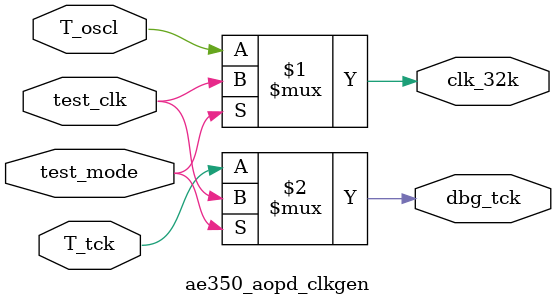
<source format=v>


module ae350_aopd_clkgen (
input		test_mode,
input		test_clk,

output		clk_32k,
input		T_oscl,

output		dbg_tck,
input		T_tck
);

assign	clk_32k	= test_mode ? test_clk : T_oscl;
assign	dbg_tck	= test_mode ? test_clk : T_tck;

endmodule

</source>
